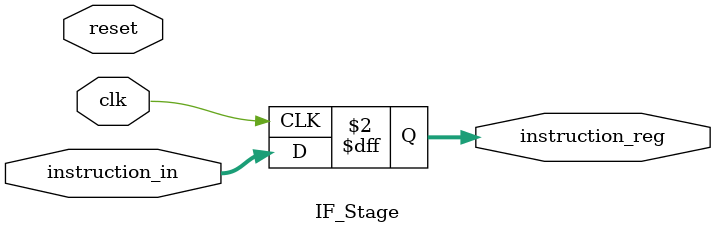
<source format=v>
`include "PC-Register.v"
`include "Adder+4.v"
`include "NPC-Register.v"

module IF_Stage (
    input wire clk,
    input wire reset,
    input  [31:0] instruction_in,
    output reg [31:0] instruction_reg
);
    // // Instantiate NPC Register
    // NPC_Register npc (
    //     .clk(clk),
    //     .reset(reset),
    //     .npc_in(adder.adder_out),
    //     .npc_out()
    // );

    // // Instantiate PC
    // PC_Register pc (
    //     .clk(clk),
    //     .reset(reset),
    //     .pc_in(npc.npc_out),
    //     .pc_out()
    // );

    // // Instantiate Adder+4 
    // Adder_4 adder (
    //     .adder_in(npc.npc_out),
    //     .adder_out()
    // );

    // Instantiate Instruction Memory


    // always @(posedge clk) begin
    //     instruction_reg <= imem.I;
    // end

    // Fetch stage logic
always @(posedge clk) begin
    instruction_reg <= instruction_in;

 end

endmodule

</source>
